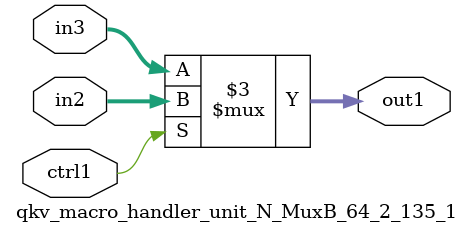
<source format=v>

`timescale 1ps / 1ps


module qkv_macro_handler_unit_N_MuxB_64_2_135_1( in3, in2, ctrl1, out1 );

    input [63:0] in3;
    input [63:0] in2;
    input ctrl1;
    output [63:0] out1;
    reg [63:0] out1;

    
    // rtl_process:qkv_macro_handler_unit_N_MuxB_64_2_135_1/qkv_macro_handler_unit_N_MuxB_64_2_135_1_thread_1
    always @*
      begin : qkv_macro_handler_unit_N_MuxB_64_2_135_1_thread_1
        case (ctrl1) 
          1'b1: 
            begin
              out1 = in2;
            end
          default: 
            begin
              out1 = in3;
            end
        endcase
      end

endmodule


</source>
